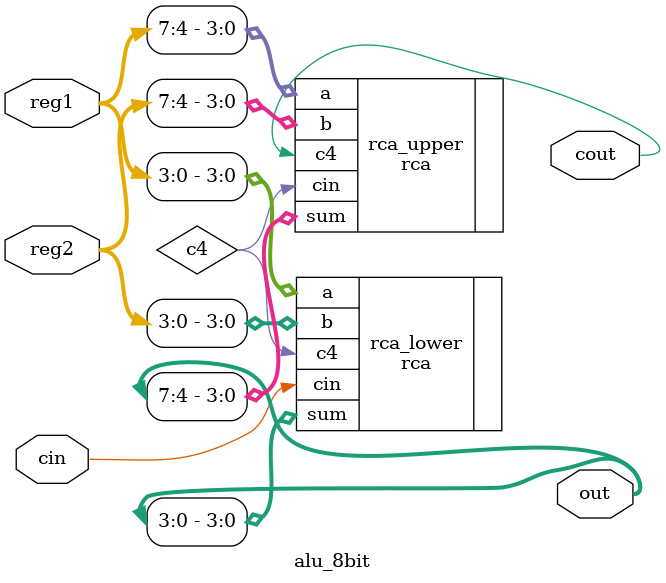
<source format=sv>
`timescale 1ns/1ns

module alu_8bit(
    input [7:0] reg1,
    input [7:0] reg2,
    input cin,
    output [7:0] out,
    output cout
);

    wire c4;

    rca rca_lower (
        .a(reg1[3:0]),
        .b(reg2[3:0]),
        .cin(cin),
        .sum(out[3:0]),
        .c4(c4)
    );

    rca rca_upper (
        .a(reg1[7:4]),
        .b(reg2[7:4]),
        .cin(c4),
        .sum(out[7:4]),
        .c4(cout)
    );

endmodule

</source>
